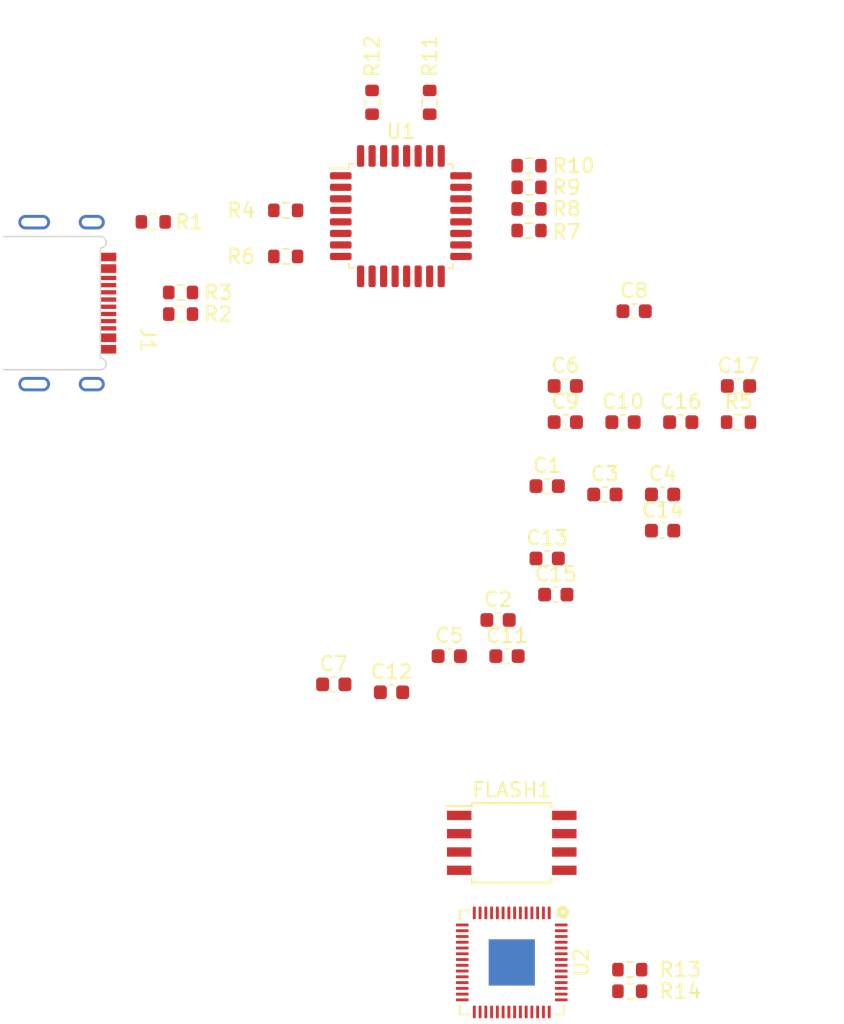
<source format=kicad_pcb>
(kicad_pcb (version 20211014) (generator pcbnew)
  (layers (0 "F.Cu" signal) (31 "B.Cu" signal) (34 "B.Paste" user) (35 "F.Paste" user) (36 "B.SilkS" user "B.Silkscreen") (37 "F.SilkS" user "F.Silkscreen") (38 "B.Mask" user) (39 "F.Mask" user) (44 "Edge.Cuts" user))
  (net 0 "")
  (net 1 "/TUSB_~{RST}")
  (net 2 "VSS")
  (net 3 "+3.3V")
  (net 6 "Net-(C10-Pad2)")
  (net 7 "/QSPI_SS")
  (net 8 "/QSPI_SD1")
  (net 9 "/QSPI_SD2")
  (net 10 "/QSPI_SD0")
  (net 11 "/QSPI_CLK")
  (net 12 "/QSPI_SD3")
  (net 13 "Net-(J1-Pad0)")
  (net 14 "Net-(J1-PadA4/B9)")
  (net 16 "/US_USB_DP")
  (net 17 "/US_USB_DN")
  (net 21 "/USB0_DP")
  (net 22 "/USB0_DN")
  (net 23 "Net-(R5-Pad2)")
  (net 24 "Net-(R6-Pad2)")
  (net 25 "Net-(R7-Pad2)")
  (net 26 "Net-(R8-Pad2)")
  (net 27 "Net-(R9-Pad2)")
  (net 28 "Net-(R10-Pad2)")
  (net 29 "Net-(R11-Pad2)")
  (net 30 "Net-(R12-Pad2)")
  (net 31 "Net-(R13-Pad1)")
  (net 32 "/RPI_USB_DP")
  (net 33 "Net-(R14-Pad1)")
  (net 34 "/RPI_USB_DN")
  (net 38 "/USB1_PWR")
  (net 39 "/USB1_OVRCUR")
  (net 40 "/USB1_DN")
  (net 41 "/USB1_DP")
  (net 42 "/USB2_PWR")
  (net 43 "/USB2_OVRCUR")
  (net 44 "/USB2_DN")
  (net 45 "/USB2_DP")
  (net 46 "/USB3_PWR")
  (net 47 "/USB3_OVRCUR")
  (net 48 "/USB3_DN")
  (net 49 "/USB3_DP")
  (net 70 "Net-(U2-Pad20)")
  (net 71 "Net-(U2-Pad21)")
  (footprint "01_Passives:CAP_0603" (layer "F.Cu") (at 134.37 90.54)
    (fp_text reference "C11" (at 0 -1.43) (layer "F.SilkS"))
    (fp_text value "CAP_0603_100nF_50V")
    (fp_line (start -0.14058 0.51) (end 0.14058 0.51) (layer "F.SilkS") (width 0.12))
    (fp_line (start -0.14058 -0.51) (end 0.14058 -0.51) (layer "F.SilkS") (width 0.12))
    (pad "1" smd roundrect (at -0.775 0) (size 0.9 0.95) (layers "F.Cu" "F.Paste" "F.Mask") (net 3 "+3.3V"))
    (pad "2" smd roundrect (at 0.775 0) (size 0.9 0.95) (layers "F.Cu" "F.Paste" "F.Mask") (net 6 "Net-(C10-Pad2)"))
  )
  (footprint "01_Passives:RES_0603" (layer "F.Cu") (at 135.9 59.5 180)
    (fp_text reference "R8" (at -2.6 0) (layer "F.SilkS"))
    (fp_text value "RES_0603_10K_1%")
    (fp_line (start -0.237258 0.5225) (end 0.237258 0.5225) (layer "F.SilkS") (width 0.12))
    (fp_line (start -0.237258 -0.5225) (end 0.237258 -0.5225) (layer "F.SilkS") (width 0.12))
    (pad "1" smd roundrect (at -0.825 0 180) (size 0.8 0.95) (layers "F.Cu" "F.Paste" "F.Mask") (net 3 "+3.3V"))
    (pad "2" smd roundrect (at 0.825 0 180) (size 0.8 0.95) (layers "F.Cu" "F.Paste" "F.Mask") (net 26 "Net-(R8-Pad2)"))
  )
  (footprint "01_Passives:CAP_0603" (layer "F.Cu") (at 145.18 79.32)
    (fp_text reference "C4" (at 0 -1.43) (layer "F.SilkS"))
    (fp_text value "CAP_0603_100nF_50V")
    (fp_line (start -0.14058 0.51) (end 0.14058 0.51) (layer "F.SilkS") (width 0.12))
    (fp_line (start -0.14058 -0.51) (end 0.14058 -0.51) (layer "F.SilkS") (width 0.12))
    (pad "1" smd roundrect (at -0.775 0) (size 0.9 0.95) (layers "F.Cu" "F.Paste" "F.Mask") (net 3 "+3.3V"))
    (pad "2" smd roundrect (at 0.775 0) (size 0.9 0.95) (layers "F.Cu" "F.Paste" "F.Mask") (net 2 "VSS"))
  )
  (footprint "01_Passives:RES_0603" (layer "F.Cu") (at 111.7 65.3)
    (fp_text reference "R3" (at 2.6 0) (layer "F.SilkS"))
    (fp_text value "RES_0603_27R_1%")
    (fp_line (start -0.237258 0.5225) (end 0.237258 0.5225) (layer "F.SilkS") (width 0.12))
    (fp_line (start -0.237258 -0.5225) (end 0.237258 -0.5225) (layer "F.SilkS") (width 0.12))
    (pad "1" smd roundrect (at -0.825 0) (size 0.8 0.95) (layers "F.Cu" "F.Paste" "F.Mask") (net 17 "/US_USB_DN"))
    (pad "2" smd roundrect (at 0.825 0) (size 0.8 0.95) (layers "F.Cu" "F.Paste" "F.Mask") (net 22 "/USB0_DN"))
  )
  (footprint "01_Passives:RES_0603" (layer "F.Cu") (at 142.9 113.8)
    (fp_text reference "R14" (at 3.5 0) (layer "F.SilkS"))
    (fp_text value "RES_0603_27R_1%")
    (fp_line (start -0.237258 -0.5225) (end 0.237258 -0.5225) (layer "F.SilkS") (width 0.12))
    (fp_line (start -0.237258 0.5225) (end 0.237258 0.5225) (layer "F.SilkS") (width 0.12))
    (pad "1" smd roundrect (at -0.825 0) (size 0.8 0.95) (layers "F.Cu" "F.Paste" "F.Mask") (net 33 "Net-(R14-Pad1)"))
    (pad "2" smd roundrect (at 0.825 0) (size 0.8 0.95) (layers "F.Cu" "F.Paste" "F.Mask") (net 34 "/RPI_USB_DN"))
  )
  (footprint "01_Passives:RES_0603" (layer "F.Cu") (at 135.9 61 180)
    (fp_text reference "R7" (at -2.6 -0.1) (layer "F.SilkS"))
    (fp_text value "RES_0603_10K_1%")
    (fp_line (start -0.237258 -0.5225) (end 0.237258 -0.5225) (layer "F.SilkS") (width 0.12))
    (fp_line (start -0.237258 0.5225) (end 0.237258 0.5225) (layer "F.SilkS") (width 0.12))
    (pad "1" smd roundrect (at -0.825 0 180) (size 0.8 0.95) (layers "F.Cu" "F.Paste" "F.Mask") (net 3 "+3.3V"))
    (pad "2" smd roundrect (at 0.825 0 180) (size 0.8 0.95) (layers "F.Cu" "F.Paste" "F.Mask") (net 25 "Net-(R7-Pad2)"))
  )
  (footprint "01_Passives:RES_0603" (layer "F.Cu") (at 135.9 56.5 180)
    (fp_text reference "R10" (at -3.1 0) (layer "F.SilkS"))
    (fp_text value "RES_0603_10K_1%")
    (fp_line (start -0.237258 0.5225) (end 0.237258 0.5225) (layer "F.SilkS") (width 0.12))
    (fp_line (start -0.237258 -0.5225) (end 0.237258 -0.5225) (layer "F.SilkS") (width 0.12))
    (pad "1" smd roundrect (at -0.825 0 180) (size 0.8 0.95) (layers "F.Cu" "F.Paste" "F.Mask") (net 2 "VSS"))
    (pad "2" smd roundrect (at 0.825 0 180) (size 0.8 0.95) (layers "F.Cu" "F.Paste" "F.Mask") (net 28 "Net-(R10-Pad2)"))
  )
  (footprint "01_Passives:CAP_0603" (layer "F.Cu") (at 138.42 71.79)
    (fp_text reference "C6" (at 0 -1.43) (layer "F.SilkS"))
    (fp_text value "CAP_0603_100nF_50V")
    (fp_line (start -0.14058 -0.51) (end 0.14058 -0.51) (layer "F.SilkS") (width 0.12))
    (fp_line (start -0.14058 0.51) (end 0.14058 0.51) (layer "F.SilkS") (width 0.12))
    (pad "1" smd roundrect (at -0.775 0) (size 0.9 0.95) (layers "F.Cu" "F.Paste" "F.Mask") (net 3 "+3.3V"))
    (pad "2" smd roundrect (at 0.775 0) (size 0.9 0.95) (layers "F.Cu" "F.Paste" "F.Mask") (net 2 "VSS"))
  )
  (footprint "01_Passives:CAP_0603" (layer "F.Cu") (at 145.18 81.83)
    (fp_text reference "C14" (at 0 -1.43) (layer "F.SilkS"))
    (fp_text value "CAP_0603_100nF_50V")
    (fp_line (start -0.14058 0.51) (end 0.14058 0.51) (layer "F.SilkS") (width 0.12))
    (fp_line (start -0.14058 -0.51) (end 0.14058 -0.51) (layer "F.SilkS") (width 0.12))
    (pad "1" smd roundrect (at -0.775 0) (size 0.9 0.95) (layers "F.Cu" "F.Paste" "F.Mask") (net 3 "+3.3V"))
    (pad "2" smd roundrect (at 0.775 0) (size 0.9 0.95) (layers "F.Cu" "F.Paste" "F.Mask") (net 6 "Net-(C10-Pad2)"))
  )
  (footprint "01_Passives:CAP_0603" (layer "F.Cu") (at 137.16 83.76)
    (fp_text reference "C13" (at 0 -1.43) (layer "F.SilkS"))
    (fp_text value "CAP_0603_100nF_50V")
    (fp_line (start -0.14058 0.51) (end 0.14058 0.51) (layer "F.SilkS") (width 0.12))
    (fp_line (start -0.14058 -0.51) (end 0.14058 -0.51) (layer "F.SilkS") (width 0.12))
    (pad "1" smd roundrect (at -0.775 0) (size 0.9 0.95) (layers "F.Cu" "F.Paste" "F.Mask") (net 3 "+3.3V"))
    (pad "2" smd roundrect (at 0.775 0) (size 0.9 0.95) (layers "F.Cu" "F.Paste" "F.Mask") (net 6 "Net-(C10-Pad2)"))
  )
  (footprint "01_Passives:RES_0603" (layer "F.Cu") (at 119 62.8)
    (fp_text reference "R6" (at -3.1 0) (layer "F.SilkS"))
    (fp_text value "RES_0603_10K_1%")
    (fp_line (start -0.237258 -0.5225) (end 0.237258 -0.5225) (layer "F.SilkS") (width 0.12))
    (fp_line (start -0.237258 0.5225) (end 0.237258 0.5225) (layer "F.SilkS") (width 0.12))
    (pad "1" smd roundrect (at -0.825 0) (size 0.8 0.95) (layers "F.Cu" "F.Paste" "F.Mask") (net 2 "VSS"))
    (pad "2" smd roundrect (at 0.825 0) (size 0.8 0.95) (layers "F.Cu" "F.Paste" "F.Mask") (net 24 "Net-(R6-Pad2)"))
  )
  (footprint "01_Passives:RES_0603" (layer "F.Cu") (at 111.7 66.8)
    (fp_text reference "R2" (at 2.6 0) (layer "F.SilkS"))
    (fp_text value "RES_0603_27R_1%")
    (fp_line (start -0.237258 -0.5225) (end 0.237258 -0.5225) (layer "F.SilkS") (width 0.12))
    (fp_line (start -0.237258 0.5225) (end 0.237258 0.5225) (layer "F.SilkS") (width 0.12))
    (pad "1" smd roundrect (at -0.825 0) (size 0.8 0.95) (layers "F.Cu" "F.Paste" "F.Mask") (net 16 "/US_USB_DP"))
    (pad "2" smd roundrect (at 0.825 0) (size 0.8 0.95) (layers "F.Cu" "F.Paste" "F.Mask") (net 21 "/USB0_DP"))
  )
  (footprint "01_Passives:RES_0603" (layer "F.Cu") (at 125 52.1 -90)
    (fp_text reference "R12" (at -3.2 0 90) (layer "F.SilkS"))
    (fp_text value "RES_0603_10K_1%")
    (fp_line (start -0.237258 0.5225) (end 0.237258 0.5225) (layer "F.SilkS") (width 0.12))
    (fp_line (start -0.237258 -0.5225) (end 0.237258 -0.5225) (layer "F.SilkS") (width 0.12))
    (pad "1" smd roundrect (at -0.825 0 270) (size 0.8 0.95) (layers "F.Cu" "F.Paste" "F.Mask") (net 2 "VSS"))
    (pad "2" smd roundrect (at 0.825 0 270) (size 0.8 0.95) (layers "F.Cu" "F.Paste" "F.Mask") (net 30 "Net-(R12-Pad2)"))
  )
  (footprint "01_Passives:RES_0603" (layer "F.Cu") (at 129 52.1 -90)
    (fp_text reference "R11" (at -3.2 0 90) (layer "F.SilkS"))
    (fp_text value "RES_0603_10K_1%")
    (fp_line (start -0.237258 -0.5225) (end 0.237258 -0.5225) (layer "F.SilkS") (width 0.12))
    (fp_line (start -0.237258 0.5225) (end 0.237258 0.5225) (layer "F.SilkS") (width 0.12))
    (pad "1" smd roundrect (at -0.825 0 270) (size 0.8 0.95) (layers "F.Cu" "F.Paste" "F.Mask") (net 3 "+3.3V"))
    (pad "2" smd roundrect (at 0.825 0 270) (size 0.8 0.95) (layers "F.Cu" "F.Paste" "F.Mask") (net 29 "Net-(R11-Pad2)"))
  )
  (footprint "01_Passives:RES_0603" (layer "F.Cu") (at 150.45 74.3)
    (fp_text reference "R5" (at 0 -1.43) (layer "F.SilkS"))
    (fp_text value "RES_0603_10K_1%")
    (fp_line (start -0.237258 -0.5225) (end 0.237258 -0.5225) (layer "F.SilkS") (width 0.12))
    (fp_line (start -0.237258 0.5225) (end 0.237258 0.5225) (layer "F.SilkS") (width 0.12))
    (pad "1" smd roundrect (at -0.825 0) (size 0.8 0.95) (layers "F.Cu" "F.Paste" "F.Mask") (net 2 "VSS"))
    (pad "2" smd roundrect (at 0.825 0) (size 0.8 0.95) (layers "F.Cu" "F.Paste" "F.Mask") (net 23 "Net-(R5-Pad2)"))
  )
  (footprint "01_Passives:CAP_0603" (layer "F.Cu") (at 146.44 74.3)
    (fp_text reference "C16" (at 0 -1.43) (layer "F.SilkS"))
    (fp_text value "CAP_0603_100nF_50V")
    (fp_line (start -0.14058 -0.51) (end 0.14058 -0.51) (layer "F.SilkS") (width 0.12))
    (fp_line (start -0.14058 0.51) (end 0.14058 0.51) (layer "F.SilkS") (width 0.12))
    (pad "1" smd roundrect (at -0.775 0) (size 0.9 0.95) (layers "F.Cu" "F.Paste" "F.Mask") (net 3 "+3.3V"))
    (pad "2" smd roundrect (at 0.775 0) (size 0.9 0.95) (layers "F.Cu" "F.Paste" "F.Mask") (net 6 "Net-(C10-Pad2)"))
  )
  (footprint "03_ICs:SOIC-8W_5.3x5.3mm_P1.27mm" (layer "F.Cu") (at 134.7 103.5)
    (fp_text reference "FLASH1" (at 0 -3.68) (layer "F.SilkS"))
    (fp_text value "W25Q16JVSSIQ")
    (fp_line (start -2.75 -2.755) (end -2.75 -2.55) (layer "F.SilkS") (width 0.15))
    (fp_line (start -2.75 2.755) (end 2.75 2.755) (layer "F.SilkS") (width 0.15))
    (fp_line (start 2.75 -2.755) (end 2.75 -2.455) (layer "F.SilkS") (width 0.15))
    (fp_line (start -2.75 -2.55) (end -4.5 -2.55) (layer "F.SilkS") (width 0.15))
    (fp_line (start -2.75 -2.755) (end 2.75 -2.755) (layer "F.SilkS") (width 0.15))
    (fp_line (start 2.75 2.755) (end 2.75 2.455) (layer "F.SilkS") (width 0.15))
    (fp_line (start -2.75 2.755) (end -2.75 2.455) (layer "F.SilkS") (width 0.15))
    (pad "1" smd rect (at -3.65 -1.905) (size 1.7 0.65) (layers "F.Cu" "F.Paste" "F.Mask") (net 7 "/QSPI_SS"))
    (pad "2" smd rect (at -3.65 -0.635) (size 1.7 0.65) (layers "F.Cu" "F.Paste" "F.Mask") (net 8 "/QSPI_SD1"))
    (pad "3" smd rect (at -3.65 0.635) (size 1.7 0.65) (layers "F.Cu" "F.Paste" "F.Mask") (net 9 "/QSPI_SD2"))
    (pad "4" smd rect (at -3.65 1.905) (size 1.7 0.65) (layers "F.Cu" "F.Paste" "F.Mask") (net 2 "VSS"))
    (pad "5" smd rect (at 3.65 1.905) (size 1.7 0.65) (layers "F.Cu" "F.Paste" "F.Mask") (net 10 "/QSPI_SD0"))
    (pad "6" smd rect (at 3.65 0.635) (size 1.7 0.65) (layers "F.Cu" "F.Paste" "F.Mask") (net 11 "/QSPI_CLK"))
    (pad "7" smd rect (at 3.65 -0.635) (size 1.7 0.65) (layers "F.Cu" "F.Paste" "F.Mask") (net 12 "/QSPI_SD3"))
    (pad "8" smd rect (at 3.65 -1.905) (size 1.7 0.65) (layers "F.Cu" "F.Paste" "F.Mask") (net 3 "+3.3V"))
  )
  (footprint "01_Passives:CAP_0603" (layer "F.Cu") (at 137.76 86.27)
    (fp_text reference "C15" (at 0 -1.43) (layer "F.SilkS"))
    (fp_text value "CAP_0603_100nF_50V")
    (fp_line (start -0.14058 -0.51) (end 0.14058 -0.51) (layer "F.SilkS") (width 0.12))
    (fp_line (start -0.14058 0.51) (end 0.14058 0.51) (layer "F.SilkS") (width 0.12))
    (pad "1" smd roundrect (at -0.775 0) (size 0.9 0.95) (layers "F.Cu" "F.Paste" "F.Mask") (net 3 "+3.3V"))
    (pad "2" smd roundrect (at 0.775 0) (size 0.9 0.95) (layers "F.Cu" "F.Paste" "F.Mask") (net 6 "Net-(C10-Pad2)"))
  )
  (footprint "01_Passives:CAP_0603" (layer "F.Cu") (at 138.42 74.3)
    (fp_text reference "C9" (at 0 -1.43) (layer "F.SilkS"))
    (fp_text value "CAP_0603_100nF_50V")
    (fp_line (start -0.14058 -0.51) (end 0.14058 -0.51) (layer "F.SilkS") (width 0.12))
    (fp_line (start -0.14058 0.51) (end 0.14058 0.51) (layer "F.SilkS") (width 0.12))
    (pad "1" smd roundrect (at -0.775 0) (size 0.9 0.95) (layers "F.Cu" "F.Paste" "F.Mask") (net 3 "+3.3V"))
    (pad "2" smd roundrect (at 0.775 0) (size 0.9 0.95) (layers "F.Cu" "F.Paste" "F.Mask") (net 2 "VSS"))
  )
  (footprint "01_Passives:RES_0603" (layer "F.Cu") (at 119 59.6)
    (fp_text reference "R4" (at -3.1 0) (layer "F.SilkS"))
    (fp_text value "RES_0603_10K_1%")
    (fp_line (start -0.237258 0.5225) (end 0.237258 0.5225) (layer "F.SilkS") (width 0.12))
    (fp_line (start -0.237258 -0.5225) (end 0.237258 -0.5225) (layer "F.SilkS") (width 0.12))
    (pad "1" smd roundrect (at -0.825 0) (size 0.8 0.95) (layers "F.Cu" "F.Paste" "F.Mask") (net 3 "+3.3V"))
    (pad "2" smd roundrect (at 0.825 0) (size 0.8 0.95) (layers "F.Cu" "F.Paste" "F.Mask") (net 1 "/TUSB_~{RST}"))
  )
  (footprint "02_Connectors:USB4510" (layer "F.Cu") (at 106.68 66.04 -90)
    (fp_text reference "J1" (at 2.55 -2.75 -90 unlocked) (layer "F.SilkS"))
    (fp_text value "USB-C_Buried")
    (fp_line (start -3.82 0.55) (end 3.82 0.55) (layer "Edge.Cuts") (width 0.1))
    (fp_line (start -4.62 0.55) (end -4.62 7.3) (layer "Edge.Cuts") (width 0.1))
    (fp_line (start 4.62 0.55) (end 4.62 7.3) (layer "Edge.Cuts") (width 0.1))
    (fp_arc (start 3.82 0.55) (mid 4.22 0.15) (end 4.62 0.55) (layer "Edge.Cuts") (width 0.1))
    (fp_arc (start -4.62 0.55) (mid -4.22 0.15) (end -3.82 0.55) (layer "Edge.Cuts") (width 0.1))
    (pad "0" thru_hole oval (at -5.62 5.15 270) (size 1 2.2) (drill oval 0.6 1.8) (layers *.Cu *.Mask) (net 13 "Net-(J1-Pad0)"))
    (pad "0" thru_hole oval (at 5.62 1.15 270) (size 1 1.8) (drill oval 0.6 1.4) (layers *.Cu *.Mask) (net 13 "Net-(J1-Pad0)"))
    (pad "0" thru_hole oval (at 5.62 5.15 270) (size 1 2.2) (drill oval 0.6 1.8) (layers *.Cu *.Mask) (net 13 "Net-(J1-Pad0)"))
    (pad "0" thru_hole oval (at -5.62 1.15 270) (size 1 1.8) (drill oval 0.6 1.4) (layers *.Cu *.Mask) (net 13 "Net-(J1-Pad0)"))
    (pad "A1/B12" smd rect (at -3.2 0 270) (size 0.6 1.1) (layers "F.Cu" "F.Paste" "F.Mask") (net 2 "VSS"))
    (pad "A4/B9" smd rect (at -2.4 0 270) (size 0.6 1.1) (layers "F.Cu" "F.Paste" "F.Mask") (net 14 "Net-(J1-PadA4/B9)"))
    (pad "A5" smd rect (at -1.25 0 270) (size 0.3 1.1) (layers "F.Cu" "F.Paste" "F.Mask"))
    (pad "A6" smd rect (at -0.25 0 270) (size 0.3 1.1) (layers "F.Cu" "F.Paste" "F.Mask") (net 16 "/US_USB_DP"))
    (pad "A7" smd rect (at 0.25 0 270) (size 0.3 1.1) (layers "F.Cu" "F.Paste" "F.Mask") (net 17 "/US_USB_DN"))
    (pad "A8" smd rect (at 1.75 0 270) (size 0.3 1.1) (layers "F.Cu" "F.Paste" "F.Mask"))
    (pad "A9/B4" smd rect (at 2.4 0 270) (size 0.6 1.1) (layers "F.Cu" "F.Paste" "F.Mask") (net 14 "Net-(J1-PadA4/B9)"))
    (pad "A12/B1" smd rect (at 3.2 0 270) (size 0.6 1.1) (layers "F.Cu" "F.Paste" "F.Mask") (net 2 "VSS"))
    (pad "B5" smd rect (at 1.25 0 270) (size 0.3 1.1) (layers "F.Cu" "F.Paste" "F.Mask"))
    (pad "B6" smd rect (at 0.75 0 270) (size 0.3 1.1) (layers "F.Cu" "F.Paste" "F.Mask") (net 16 "/US_USB_DP"))
    (pad "B7" smd rect (at -0.75 0 270) (size 0.3 1.1) (layers "F.Cu" "F.Paste" "F.Mask") (net 17 "/US_USB_DN"))
    (pad "B8" smd rect (at -1.75 0 270) (size 0.3 1.1) (layers "F.Cu" "F.Paste" "F.Mask"))
  )
  (footprint "01_Passives:RES_0603" (layer "F.Cu") (at 135.9 58 180)
    (fp_text reference "R9" (at -2.6 0) (layer "F.SilkS"))
    (fp_text value "RES_0603_10K_1%")
    (fp_line (start -0.237258 0.5225) (end 0.237258 0.5225) (layer "F.SilkS") (width 0.12))
    (fp_line (start -0.237258 -0.5225) (end 0.237258 -0.5225) (layer "F.SilkS") (width 0.12))
    (pad "1" smd roundrect (at -0.825 0 180) (size 0.8 0.95) (layers "F.Cu" "F.Paste" "F.Mask") (net 2 "VSS"))
    (pad "2" smd roundrect (at 0.825 0 180) (size 0.8 0.95) (layers "F.Cu" "F.Paste" "F.Mask") (net 27 "Net-(R9-Pad2)"))
  )
  (footprint "01_Passives:CAP_0603" (layer "F.Cu") (at 143.2 66.6)
    (fp_text reference "C8" (at 0 -1.43) (layer "F.SilkS"))
    (fp_text value "CAP_0603_100nF_50V")
    (fp_line (start -0.14058 0.51) (end 0.14058 0.51) (layer "F.SilkS") (width 0.12))
    (fp_line (start -0.14058 -0.51) (end 0.14058 -0.51) (layer "F.SilkS") (width 0.12))
    (pad "1" smd roundrect (at -0.775 0) (size 0.9 0.95) (layers "F.Cu" "F.Paste" "F.Mask") (net 3 "+3.3V"))
    (pad "2" smd roundrect (at 0.775 0) (size 0.9 0.95) (layers "F.Cu" "F.Paste" "F.Mask") (net 2 "VSS"))
  )
  (footprint "03_ICs:LQFP-32_7x7mm_P0.8mm" (layer "F.Cu") (at 127 60)
    (fp_text reference "U1" (at 0 -5.88) (layer "F.SilkS"))
    (fp_text value "TUSB2036VF")
    (fp_line (start 3.31 -3.61) (end 3.61 -3.61) (layer "F.SilkS") (width 0.12))
    (fp_line (start 3.61 3.61) (end 3.61 3.31) (layer "F.SilkS") (width 0.12))
    (fp_line (start 3.31 3.61) (end 3.61 3.61) (layer "F.SilkS") (width 0.12))
    (fp_line (start -3.31 -3.61) (end -3.61 -3.61) (layer "F.SilkS") (width 0.12))
    (fp_line (start -3.61 3.61) (end -3.61 3.31) (layer "F.SilkS") (width 0.12))
    (fp_line (start -3.61 -3.61) (end -3.61 -3.31) (layer "F.SilkS") (width 0.12))
    (fp_line (start -3.31 3.61) (end -3.61 3.61) (layer "F.SilkS") (width 0.12))
    (fp_line (start 3.61 -3.61) (end 3.61 -3.31) (layer "F.SilkS") (width 0.12))
    (fp_line (start -3.61 -3.31) (end -4.925 -3.31) (layer "F.SilkS") (width 0.12))
    (pad "1" smd roundrect (at -4.175 -2.8) (size 1.5 0.5) (layers "F.Cu" "F.Paste" "F.Mask"))
    (pad "2" smd roundrect (at -4.175 -2) (size 1.5 0.5) (layers "F.Cu" "F.Paste" "F.Mask"))
    (pad "3" smd roundrect (at -4.175 -1.2) (size 1.5 0.5) (layers "F.Cu" "F.Paste" "F.Mask") (net 3 "+3.3V"))
    (pad "4" smd roundrect (at -4.175 -0.4) (size 1.5 0.5) (layers "F.Cu" "F.Paste" "F.Mask") (net 1 "/TUSB_~{RST}"))
    (pad "5" smd roundrect (at -4.175 0.4) (size 1.5 0.5) (layers "F.Cu" "F.Paste" "F.Mask"))
    (pad "6" smd roundrect (at -4.175 1.2) (size 1.5 0.5) (layers "F.Cu" "F.Paste" "F.Mask") (net 23 "Net-(R5-Pad2)"))
    (pad "7" smd roundrect (at -4.175 2) (size 1.5 0.5) (layers "F.Cu" "F.Paste" "F.Mask") (net 2 "VSS"))
    (pad "8" smd roundrect (at -4.175 2.8) (size 1.5 0.5) (layers "F.Cu" "F.Paste" "F.Mask") (net 24 "Net-(R6-Pad2)"))
    (pad "9" smd roundrect (at -2.8 4.175) (size 0.5 1.5) (layers "F.Cu" "F.Paste" "F.Mask") (net 38 "/USB1_PWR"))
    (pad "10" smd roundrect (at -2 4.175) (size 0.5 1.5) (layers "F.Cu" "F.Paste" "F.Mask") (net 39 "/USB1_OVRCUR"))
    (pad "11" smd roundrect (at -1.2 4.175) (size 0.5 1.5) (layers "F.Cu" "F.Paste" "F.Mask") (net 40 "/USB1_DN"))
    (pad "12" smd roundrect (at -0.4 4.175) (size 0.5 1.5) (layers "F.Cu" "F.Paste" "F.Mask") (net 41 "/USB1_DP"))
    (pad "13" smd roundrect (at 0.4 4.175) (size 0.5 1.5) (layers "F.Cu" "F.Paste" "F.Mask") (net 42 "/USB2_PWR"))
    (pad "14" smd roundrect (at 1.2 4.175) (size 0.5 1.5) (layers "F.Cu" "F.Paste" "F.Mask") (net 43 "/USB2_OVRCUR"))
    (pad "15" smd roundrect (at 2 4.175) (size 0.5 1.5) (layers "F.Cu" "F.Paste" "F.Mask") (net 44 "/USB2_DN"))
    (pad "16" smd roundrect (at 2.8 4.175) (size 0.5 1.5) (layers "F.Cu" "F.Paste" "F.Mask") (net 45 "/USB2_DP"))
    (pad "17" smd roundrect (at 4.175 2.8) (size 1.5 0.5) (layers "F.Cu" "F.Paste" "F.Mask") (net 46 "/USB3_PWR"))
    (pad "18" smd roundrect (at 4.175 2) (size 1.5 0.5) (layers "F.Cu" "F.Paste" "F.Mask") (net 47 "/USB3_OVRCUR"))
    (pad "19" smd roundrect (at 4.175 1.2) (size 1.5 0.5) (layers "F.Cu" "F.Paste" "F.Mask") (net 48 "/USB3_DN"))
    (pad "20" smd roundrect (at 4.175 0.4) (size 1.5 0.5) (layers "F.Cu" "F.Paste" "F.Mask") (net 49 "/USB3_DP"))
    (pad "21" smd roundrect (at 4.175 -0.4) (size 1.5 0.5) (layers "F.Cu" "F.Paste" "F.Mask") (net 25 "Net-(R7-Pad2)"))
    (pad "22" smd roundrect (at 4.175 -1.2) (size 1.5 0.5) (layers "F.Cu" "F.Paste" "F.Mask") (net 26 "Net-(R8-Pad2)"))
    (pad "23" smd roundrect (at 4.175 -2) (size 1.5 0.5) (layers "F.Cu" "F.Paste" "F.Mask") (net 27 "Net-(R9-Pad2)"))
    (pad "24" smd roundrect (at 4.175 -2.8) (size 1.5 0.5) (layers "F.Cu" "F.Paste" "F.Mask") (net 28 "Net-(R10-Pad2)"))
    (pad "25" smd roundrect (at 2.8 -4.175) (size 0.5 1.5) (layers "F.Cu" "F.Paste" "F.Mask") (net 3 "+3.3V"))
    (pad "26" smd roundrect (at 2 -4.175) (size 0.5 1.5) (layers "F.Cu" "F.Paste" "F.Mask") (net 29 "Net-(R11-Pad2)"))
    (pad "27" smd roundrect (at 1.2 -4.175) (size 0.5 1.5) (layers "F.Cu" "F.Paste" "F.Mask"))
    (pad "28" smd roundrect (at 0.4 -4.175) (size 0.5 1.5) (layers "F.Cu" "F.Paste" "F.Mask") (net 2 "VSS"))
    (pad "29" smd roundrect (at -0.4 -4.175) (size 0.5 1.5) (layers "F.Cu" "F.Paste" "F.Mask"))
    (pad "30" smd roundrect (at -1.2 -4.175) (size 0.5 1.5) (layers "F.Cu" "F.Paste" "F.Mask"))
    (pad "31" smd roundrect (at -2 -4.175) (size 0.5 1.5) (layers "F.Cu" "F.Paste" "F.Mask") (net 30 "Net-(R12-Pad2)"))
    (pad "32" smd roundrect (at -2.8 -4.175) (size 0.5 1.5) (layers "F.Cu" "F.Paste" "F.Mask"))
  )
  (footprint "03_ICs:QFN-56-1EP_7x7mm_P0.4mm_EP5.6x5.6mm" (layer "F.Cu") (at 134.7 111.8 -90)
    (fp_text reference "U2" (at 0 -4.82 90) (layer "F.SilkS"))
    (fp_text value "RP2040")
    (fp_line (start 3.61 -3.61) (end 3.61 -2.96) (layer "F.SilkS") (width 0.12))
    (fp_line (start -3.61 3.61) (end -3.61 2.96) (layer "F.SilkS") (width 0.12))
    (fp_line (start -2.96 3.61) (end -3.61 3.61) (layer "F.SilkS") (width 0.12))
    (fp_line (start 2.96 3.61) (end 3.61 3.61) (layer "F.SilkS") (width 0.12))
    (fp_line (start 3.61 3.61) (end 3.61 2.96) (layer "F.SilkS") (width 0.12))
    (fp_line (start 2.96 -3.61) (end 3.61 -3.61) (layer "F.SilkS") (width 0.12))
    (fp_circle (center -3.5 -3.541421) (end -3.358579 -3.541421) (layer "F.SilkS") (width 0.3) (fill none))
    (pad "1" smd roundrect (at -3.4375 -2.6 270) (size 0.875 0.2) (layers "F.Cu" "F.Paste" "F.Mask") (net 3 "+3.3V"))
    (pad "2" smd roundrect (at -3.4375 -2.2 270) (size 0.875 0.2) (layers "F.Cu" "F.Paste" "F.Mask"))
    (pad "3" smd roundrect (at -3.4375 -1.8 270) (size 0.875 0.2) (layers "F.Cu" "F.Paste" "F.Mask"))
    (pad "4" smd roundrect (at -3.4375 -1.4 270) (size 0.875 0.2) (layers "F.Cu" "F.Paste" "F.Mask"))
    (pad "5" smd roundrect (at -3.4375 -1 270) (size 0.875 0.2) (layers "F.Cu" "F.Paste" "F.Mask"))
    (pad "6" smd roundrect (at -3.4375 -0.6 270) (size 0.875 0.2) (layers "F.Cu" "F.Paste" "F.Mask"))
    (pad "7" smd roundrect (at -3.4375 -0.2 270) (size 0.875 0.2) (layers "F.Cu" "F.Paste" "F.Mask"))
    (pad "8" smd roundrect (at -3.4375 0.2 270) (size 0.875 0.2) (layers "F.Cu" "F.Paste" "F.Mask"))
    (pad "9" smd roundrect (at -3.4375 0.6 270) (size 0.875 0.2) (layers "F.Cu" "F.Paste" "F.Mask"))
    (pad "10" smd roundrect (at -3.4375 1 270) (size 0.875 0.2) (layers "F.Cu" "F.Paste" "F.Mask") (net 3 "+3.3V"))
    (pad "11" smd roundrect (at -3.4375 1.4 270) (size 0.875 0.2) (layers "F.Cu" "F.Paste" "F.Mask"))
    (pad "12" smd roundrect (at -3.4375 1.8 270) (size 0.875 0.2) (layers "F.Cu" "F.Paste" "F.Mask"))
    (pad "13" smd roundrect (at -3.4375 2.2 270) (size 0.875 0.2) (layers "F.Cu" "F.Paste" "F.Mask"))
    (pad "14" smd roundrect (at -3.4375 2.6 270) (size 0.875 0.2) (layers "F.Cu" "F.Paste" "F.Mask"))
    (pad "15" smd roundrect (at -2.6 3.4375 270) (size 0.2 0.875) (layers "F.Cu" "F.Paste" "F.Mask"))
    (pad "16" smd roundrect (at -2.2 3.4375 270) (size 0.2 0.875) (layers "F.Cu" "F.Paste" "F.Mask"))
    (pad "17" smd roundrect (at -1.8 3.4375 270) (size 0.2 0.875) (layers "F.Cu" "F.Paste" "F.Mask"))
    (pad "18" smd roundrect (at -1.4 3.4375 270) (size 0.2 0.875) (layers "F.Cu" "F.Paste" "F.Mask"))
    (pad "19" smd roundrect (at -1 3.4375 270) (size 0.2 0.875) (layers "F.Cu" "F.Paste" "F.Mask") (net 2 "VSS"))
    (pad "20" smd roundrect (at -0.6 3.4375 270) (size 0.2 0.875) (layers "F.Cu" "F.Paste" "F.Mask") (net 70 "Net-(U2-Pad20)"))
    (pad "21" smd roundrect (at -0.2 3.4375 270) (size 0.2 0.875) (layers "F.Cu" "F.Paste" "F.Mask") (net 71 "Net-(U2-Pad21)"))
    (pad "22" smd roundrect (at 0.2 3.4375 270) (size 0.2 0.875) (layers "F.Cu" "F.Paste" "F.Mask") (net 3 "+3.3V"))
    (pad "23" smd roundrect (at 0.6 3.4375 270) (size 0.2 0.875) (layers "F.Cu" "F.Paste" "F.Mask") (net 3 "+3.3V"))
    (pad "24" smd roundrect (at 1 3.4375 270) (size 0.2 0.875) (layers "F.Cu" "F.Paste" "F.Mask"))
    (pad "25" smd roundrect (at 1.4 3.4375 270) (size 0.2 0.875) (layers "F.Cu" "F.Paste" "F.Mask"))
    (pad "26" smd roundrect (at 1.8 3.4375 270) (size 0.2 0.875) (layers "F.Cu" "F.Paste" "F.Mask"))
    (pad "27" smd roundrect (at 2.2 3.4375 270) (size 0.2 0.875) (layers "F.Cu" "F.Paste" "F.Mask"))
    (pad "28" smd roundrect (at 2.6 3.4375 270) (size 0.2 0.875) (layers "F.Cu" "F.Paste" "F.Mask"))
    (pad "29" smd roundrect (at 3.4375 2.6 270) (size 0.875 0.2) (layers "F.Cu" "F.Paste" "F.Mask"))
    (pad "30" smd roundrect (at 3.4375 2.2 270) (size 0.875 0.2) (layers "F.Cu" "F.Paste" "F.Mask"))
    (pad "31" smd roundrect (at 3.4375 1.8 270) (size 0.875 0.2) (layers "F.Cu" "F.Paste" "F.Mask"))
    (pad "32" smd roundrect (at 3.4375 1.4 270) (size 0.875 0.2) (layers "F.Cu" "F.Paste" "F.Mask"))
    (pad "33" smd roundrect (at 3.4375 1 270) (size 0.875 0.2) (layers "F.Cu" "F.Paste" "F.Mask") (net 3 "+3.3V"))
    (pad "34" smd roundrect (at 3.4375 0.6 270) (size 0.875 0.2) (layers "F.Cu" "F.Paste" "F.Mask"))
    (pad "35" smd roundrect (at 3.4375 0.2 270) (size 0.875 0.2) (layers "F.Cu" "F.Paste" "F.Mask"))
    (pad "36" smd roundrect (at 3.4375 -0.2 270) (size 0.875 0.2) (layers "F.Cu" "F.Paste" "F.Mask"))
    (pad "37" smd roundrect (at 3.4375 -0.6 270) (size 0.875 0.2) (layers "F.Cu" "F.Paste" "F.Mask"))
    (pad "38" smd roundrect (at 3.4375 -1 270) (size 0.875 0.2) (layers "F.Cu" "F.Paste" "F.Mask"))
    (pad "39" smd roundrect (at 3.4375 -1.4 270) (size 0.875 0.2) (layers "F.Cu" "F.Paste" "F.Mask"))
    (pad "40" smd roundrect (at 3.4375 -1.8 270) (size 0.875 0.2) (layers "F.Cu" "F.Paste" "F.Mask"))
    (pad "41" smd roundrect (at 3.4375 -2.2 270) (size 0.875 0.2) (layers "F.Cu" "F.Paste" "F.Mask"))
    (pad "42" smd roundrect (at 3.4375 -2.6 270) (size 0.875 0.2) (layers "F.Cu" "F.Paste" "F.Mask") (net 3 "+3.3V"))
    (pad "43" smd roundrect (at 2.6 -3.4375 270) (size 0.2 0.875) (layers "F.Cu" "F.Paste" "F.Mask") (net 3 "+3.3V"))
    (pad "44" smd roundrect (at 2.2 -3.4375 270) (size 0.2 0.875) (layers "F.Cu" "F.Paste" "F.Mask") (net 3 "+3.3V"))
    (pad "45" smd roundrect (at 1.8 -3.4375 270) (size 0.2 0.875) (layers "F.Cu" "F.Paste" "F.Mask") (net 3 "+3.3V"))
    (pad "46" smd roundrect (at 1.4 -3.4375 270) (size 0.2 0.875) (layers "F.Cu" "F.Paste" "F.Mask") (net 33 "Net-(R14-Pad1)"))
    (pad "47" smd roundrect (at 1 -3.4375 270) (size 0.2 0.875) (layers "F.Cu" "F.Paste" "F.Mask") (net 31 "Net-(R13-Pad1)"))
    (pad "48" smd roundrect (at 0.6 -3.4375 270) (size 0.2 0.875) (layers "F.Cu" "F.Paste" "F.Mask") (net 3 "+3.3V"))
    (pad "49" smd roundrect (at 0.2 -3.4375 270) (size 0.2 0.875) (layers "F.Cu" "F.Paste" "F.Mask") (net 3 "+3.3V"))
    (pad "50" smd roundrect (at -0.2 -3.4375 270) (size 0.2 0.875) (layers "F.Cu" "F.Paste" "F.Mask") (net 3 "+3.3V"))
    (pad "51" smd roundrect (at -0.6 -3.4375 270) (size 0.2 0.875) (layers "F.Cu" "F.Paste" "F.Mask") (net 12 "/QSPI_SD3"))
    (pad "52" smd roundrect (at -1 -3.4375 270) (size 0.2 0.875) (layers "F.Cu" "F.Paste" "F.Mask") (net 11 "/QSPI_CLK"))
    (pad "53" smd roundrect (at -1.4 -3.4375 270) (size 0.2 0.875) (layers "F.Cu" "F.Paste" "F.Mask") (net 10 "/QSPI_SD0"))
    (pad "54" smd roundrect (at -1.8 -3.4375 270) (size 0.2 0.875) (layers "F.Cu" "F.Paste" "F.Mask") (net 9 "/QSPI_SD2"))
    (pad "55" smd roundrect (at -2.2 -3.4375 270) (size 0.2 0.875) (layers "F.Cu" "F.Paste" "F.Mask") (net 8 "/QSPI_SD1"))
    (pad "56" smd roundrect (at -2.6 -3.4375 270) (size 0.2 0.875) (layers "F.Cu" "F.Paste" "F.Mask") (net 7 "/QSPI_SS"))
    (pad "57" smd rect (at 0 0 270) (size 3.2 3.2) (layers "B.Cu") (net 2 "VSS"))
    (pad "57" smd rect (at 0 0 270) (size 3.2 3.2) (layers "F.Cu" "F.Mask") (net 2 "VSS"))
  )
  (footprint "01_Passives:RES_0603" (layer "F.Cu") (at 142.9 112.3)
    (fp_text reference "R13" (at 3.5 0) (layer "F.SilkS"))
    (fp_text value "RES_0603_27R_1%")
    (fp_line (start -0.237258 -0.5225) (end 0.237258 -0.5225) (layer "F.SilkS") (width 0.12))
    (fp_line (start -0.237258 0.5225) (end 0.237258 0.5225) (layer "F.SilkS") (width 0.12))
    (pad "1" smd roundrect (at -0.825 0) (size 0.8 0.95) (layers "F.Cu" "F.Paste" "F.Mask") (net 31 "Net-(R13-Pad1)"))
    (pad "2" smd roundrect (at 0.825 0) (size 0.8 0.95) (layers "F.Cu" "F.Paste" "F.Mask") (net 32 "/RPI_USB_DP"))
  )
  (footprint "01_Passives:CAP_0603" (layer "F.Cu") (at 141.17 79.32)
    (fp_text reference "C3" (at 0 -1.43) (layer "F.SilkS"))
    (fp_text value "CAP_0603_100nF_50V")
    (fp_line (start -0.14058 0.51) (end 0.14058 0.51) (layer "F.SilkS") (width 0.12))
    (fp_line (start -0.14058 -0.51) (end 0.14058 -0.51) (layer "F.SilkS") (width 0.12))
    (pad "1" smd roundrect (at -0.775 0) (size 0.9 0.95) (layers "F.Cu" "F.Paste" "F.Mask") (net 3 "+3.3V"))
    (pad "2" smd roundrect (at 0.775 0) (size 0.9 0.95) (layers "F.Cu" "F.Paste" "F.Mask") (net 2 "VSS"))
  )
  (footprint "01_Passives:CAP_0603" (layer "F.Cu") (at 122.34 92.5)
    (fp_text reference "C7" (at 0 -1.43) (layer "F.SilkS"))
    (fp_text value "CAP_0603_1uF_50V")
    (fp_line (start -0.14058 0.51) (end 0.14058 0.51) (layer "F.SilkS") (width 0.12))
    (fp_line (start -0.14058 -0.51) (end 0.14058 -0.51) (layer "F.SilkS") (width 0.12))
    (pad "1" smd roundrect (at -0.775 0) (size 0.9 0.95) (layers "F.Cu" "F.Paste" "F.Mask") (net 3 "+3.3V"))
    (pad "2" smd roundrect (at 0.775 0) (size 0.9 0.95) (layers "F.Cu" "F.Paste" "F.Mask") (net 2 "VSS"))
  )
  (footprint "01_Passives:CAP_0603" (layer "F.Cu") (at 142.43 74.3)
    (fp_text reference "C10" (at 0 -1.43) (layer "F.SilkS"))
    (fp_text value "CAP_0603_100nF_50V")
    (fp_line (start -0.14058 -0.51) (end 0.14058 -0.51) (layer "F.SilkS") (width 0.12))
    (fp_line (start -0.14058 0.51) (end 0.14058 0.51) (layer "F.SilkS") (width 0.12))
    (pad "1" smd roundrect (at -0.775 0) (size 0.9 0.95) (layers "F.Cu" "F.Paste" "F.Mask") (net 3 "+3.3V"))
    (pad "2" smd roundrect (at 0.775 0) (size 0.9 0.95) (layers "F.Cu" "F.Paste" "F.Mask") (net 6 "Net-(C10-Pad2)"))
  )
  (footprint "01_Passives:CAP_0603" (layer "F.Cu") (at 133.75 88.03)
    (fp_text reference "C2" (at 0 -1.43) (layer "F.SilkS"))
    (fp_text value "CAP_0603_1uF_50V")
    (fp_line (start -0.14058 0.51) (end 0.14058 0.51) (layer "F.SilkS") (width 0.12))
    (fp_line (start -0.14058 -0.51) (end 0.14058 -0.51) (layer "F.SilkS") (width 0.12))
    (pad "1" smd roundrect (at -0.775 0) (size 0.9 0.95) (layers "F.Cu" "F.Paste" "F.Mask") (net 3 "+3.3V"))
    (pad "2" smd roundrect (at 0.775 0) (size 0.9 0.95) (layers "F.Cu" "F.Paste" "F.Mask") (net 2 "VSS"))
  )
  (footprint "01_Passives:CAP_0603" (layer "F.Cu") (at 137.16 78.74)
    (fp_text reference "C1" (at 0 -1.43) (layer "F.SilkS"))
    (fp_text value "CAP_0603_100nF_50V")
    (fp_line (start -0.14058 0.51) (end 0.14058 0.51) (layer "F.SilkS") (width 0.12))
    (fp_line (start -0.14058 -0.51) (end 0.14058 -0.51) (layer "F.SilkS") (width 0.12))
    (pad "1" smd roundrect (at -0.775 0) (size 0.9 0.95) (layers "F.Cu" "F.Paste" "F.Mask") (net 1 "/TUSB_~{RST}"))
    (pad "2" smd roundrect (at 0.775 0) (size 0.9 0.95) (layers "F.Cu" "F.Paste" "F.Mask") (net 2 "VSS"))
  )
  (footprint "01_Passives:CAP_0603" (layer "F.Cu") (at 150.45 71.79)
    (fp_text reference "C17" (at 0 -1.43) (layer "F.SilkS"))
    (fp_text value "CAP_0603_1uF_50V")
    (fp_line (start -0.14058 -0.51) (end 0.14058 -0.51) (layer "F.SilkS") (width 0.12))
    (fp_line (start -0.14058 0.51) (end 0.14058 0.51) (layer "F.SilkS") (width 0.12))
    (pad "1" smd roundrect (at -0.775 0) (size 0.9 0.95) (layers "F.Cu" "F.Paste" "F.Mask") (net 3 "+3.3V"))
    (pad "2" smd roundrect (at 0.775 0) (size 0.9 0.95) (layers "F.Cu" "F.Paste" "F.Mask") (net 6 "Net-(C10-Pad2)"))
  )
  (footprint "01_Passives:CAP_0603" (layer "F.Cu") (at 126.35 93.05)
    (fp_text reference "C12" (at 0 -1.43) (layer "F.SilkS"))
    (fp_text value "CAP_0603_100nF_50V")
    (fp_line (start -0.14058 -0.51) (end 0.14058 -0.51) (layer "F.SilkS") (width 0.12))
    (fp_line (start -0.14058 0.51) (end 0.14058 0.51) (layer "F.SilkS") (width 0.12))
    (pad "1" smd roundrect (at -0.775 0) (size 0.9 0.95) (layers "F.Cu" "F.Paste" "F.Mask") (net 3 "+3.3V"))
    (pad "2" smd roundrect (at 0.775 0) (size 0.9 0.95) (layers "F.Cu" "F.Paste" "F.Mask") (net 6 "Net-(C10-Pad2)"))
  )
  (footprint "01_Passives:RES_0603" (layer "F.Cu") (at 109.8 60.4 180)
    (fp_text reference "R1" (at -2.5 0) (layer "F.SilkS"))
    (fp_text value "RES_0603_27R_1%")
    (fp_line (start -0.237258 -0.5225) (end 0.237258 -0.5225) (layer "F.SilkS") (width 0.12))
    (fp_line (start -0.237258 0.5225) (end 0.237258 0.5225) (layer "F.SilkS") (width 0.12))
    (pad "1" smd roundrect (at -0.825 0 180) (size 0.8 0.95) (layers "F.Cu" "F.Paste" "F.Mask") (net 2 "VSS"))
    (pad "2" smd roundrect (at 0.825 0 180) (size 0.8 0.95) (layers "F.Cu" "F.Paste" "F.Mask") (net 13 "Net-(J1-Pad0)"))
  )
  (footprint "01_Passives:CAP_0603" (layer "F.Cu") (at 130.36 90.54)
    (fp_text reference "C5" (at 0 -1.43) (layer "F.SilkS"))
    (fp_text value "CAP_0603_1uF_50V")
    (fp_line (start -0.14058 -0.51) (end 0.14058 -0.51) (layer "F.SilkS") (width 0.12))
    (fp_line (start -0.14058 0.51) (end 0.14058 0.51) (layer "F.SilkS") (width 0.12))
    (pad "1" smd roundrect (at -0.775 0) (size 0.9 0.95) (layers "F.Cu" "F.Paste" "F.Mask"))
    (pad "2" smd roundrect (at 0.775 0) (size 0.9 0.95) (layers "F.Cu" "F.Paste" "F.Mask"))
  )
)
</source>
